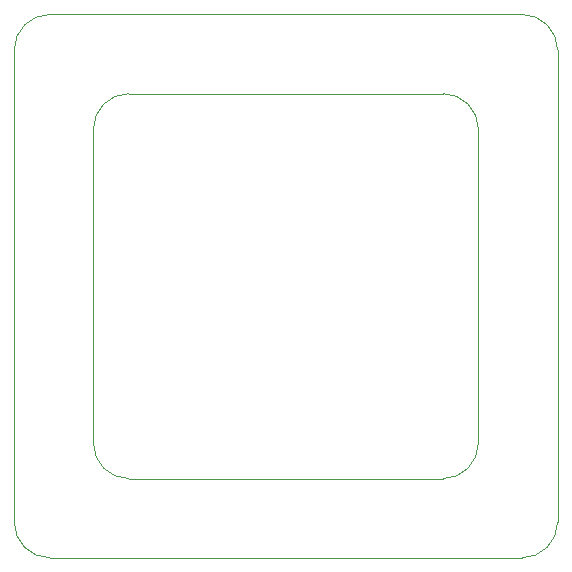
<source format=gbr>
G04 start of page 7 for group 5 idx 5 *
G04 Title: IrasCarrier, outline *
G04 Creator: pcb 1.99x *
G04 CreationDate: Di 16 Sep 2008 10:03:12 GMT UTC *
G04 For: stephan *
G04 Format: Gerber/RS-274X *
G04 PCB-Dimensions: 196850 196850 *
G04 PCB-Coordinate-Origin: lower left *
%MOIN*%
%FSLAX24Y24*%
%LNOUTLINE*%
%ADD18C,0.0040*%
G54D18*X18897Y17716D02*Y1968D01*
X17716Y787D02*X1968D01*
X16259Y15078D02*Y4606D01*
X15078Y3425D02*X4606D01*
X3425Y4606D02*Y15078D01*
X1968Y18897D02*X17716D01*
X787Y1968D02*Y17716D01*
X4606Y16259D02*X15078D01*
X17716Y18897D02*G75*G02X18897Y17716I0J-1181D01*G01*
Y1968D02*G75*G02X17716Y787I-1181J0D01*G01*
X16259Y15078D02*G75*G03X15078Y16259I-1181J0D01*G01*
X16259Y4606D02*G75*G02X15078Y3425I-1181J0D01*G01*
X787Y17716D02*G75*G02X1968Y18897I1181J0D01*G01*
Y787D02*G75*G02X787Y1968I0J1181D01*G01*
X3425Y15078D02*G75*G02X4606Y16259I1181J0D01*G01*
Y3425D02*G75*G02X3425Y4606I0J1181D01*G01*
M02*

</source>
